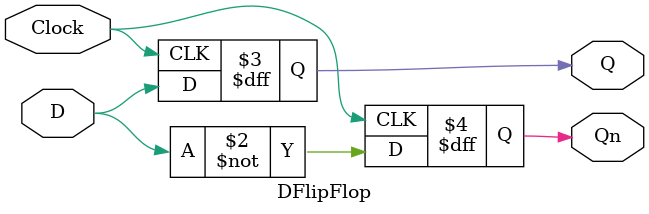
<source format=v>
`timescale 1ns / 1ps


module DFlipFlop(
    input D, Clock,
    output reg Q, Qn
    );
    
    always @(posedge Clock)
    begin
        Q = D;
        Qn = ~D;
    end
    
endmodule

</source>
